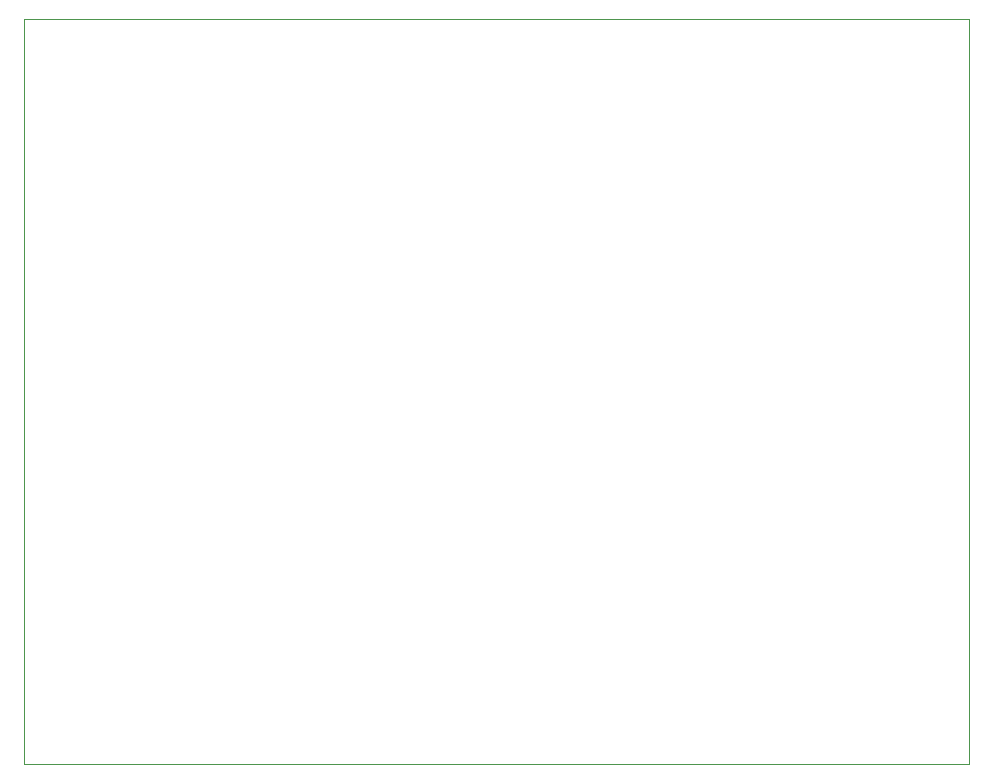
<source format=gbr>
G04 #@! TF.GenerationSoftware,KiCad,Pcbnew,(5.1.2)-1*
G04 #@! TF.CreationDate,2022-09-30T12:45:32-03:00*
G04 #@! TF.ProjectId,esp32,65737033-322e-46b6-9963-61645f706362,rev?*
G04 #@! TF.SameCoordinates,Original*
G04 #@! TF.FileFunction,Profile,NP*
%FSLAX46Y46*%
G04 Gerber Fmt 4.6, Leading zero omitted, Abs format (unit mm)*
G04 Created by KiCad (PCBNEW (5.1.2)-1) date 2022-09-30 12:45:32*
%MOMM*%
%LPD*%
G04 APERTURE LIST*
%ADD10C,0.050000*%
G04 APERTURE END LIST*
D10*
X168000000Y-143000000D02*
X88000000Y-143000000D01*
X168000000Y-79908400D02*
X168000000Y-143000000D01*
X87995600Y-79908400D02*
X167995600Y-79908400D01*
X88000000Y-143000000D02*
X87995600Y-79908400D01*
M02*

</source>
